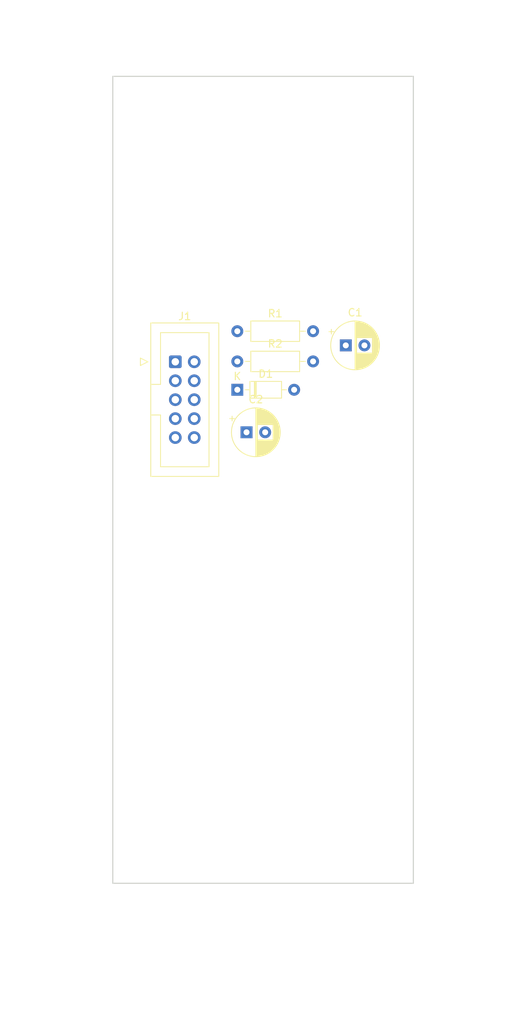
<source format=kicad_pcb>
(kicad_pcb (version 20171130) (host pcbnew 5.1.10)

  (general
    (thickness 1.6)
    (drawings 15)
    (tracks 0)
    (zones 0)
    (modules 10)
    (nets 9)
  )

  (page A4)
  (title_block
    (title "(title)")
    (comment 1 "PCB for panel")
    (comment 2 "(description)")
    (comment 4 "License CC BY 4.0 - Attribution 4.0 International")
  )

  (layers
    (0 F.Cu signal)
    (31 B.Cu signal)
    (32 B.Adhes user)
    (33 F.Adhes user)
    (34 B.Paste user)
    (35 F.Paste user)
    (36 B.SilkS user)
    (37 F.SilkS user)
    (38 B.Mask user)
    (39 F.Mask user)
    (40 Dwgs.User user)
    (41 Cmts.User user)
    (42 Eco1.User user)
    (43 Eco2.User user)
    (44 Edge.Cuts user)
    (45 Margin user)
    (46 B.CrtYd user)
    (47 F.CrtYd user)
    (48 B.Fab user)
    (49 F.Fab user)
  )

  (setup
    (last_trace_width 0.25)
    (user_trace_width 0.381)
    (user_trace_width 0.762)
    (trace_clearance 0.2)
    (zone_clearance 0.508)
    (zone_45_only no)
    (trace_min 0.2)
    (via_size 0.8)
    (via_drill 0.4)
    (via_min_size 0.4)
    (via_min_drill 0.3)
    (uvia_size 0.3)
    (uvia_drill 0.1)
    (uvias_allowed no)
    (uvia_min_size 0.2)
    (uvia_min_drill 0.1)
    (edge_width 0.05)
    (segment_width 0.2)
    (pcb_text_width 0.3)
    (pcb_text_size 1.5 1.5)
    (mod_edge_width 0.12)
    (mod_text_size 1 1)
    (mod_text_width 0.15)
    (pad_size 1.524 1.524)
    (pad_drill 0.762)
    (pad_to_mask_clearance 0)
    (aux_axis_origin 0 0)
    (visible_elements FFFFFF7F)
    (pcbplotparams
      (layerselection 0x010fc_ffffffff)
      (usegerberextensions false)
      (usegerberattributes true)
      (usegerberadvancedattributes true)
      (creategerberjobfile true)
      (excludeedgelayer true)
      (linewidth 0.100000)
      (plotframeref false)
      (viasonmask false)
      (mode 1)
      (useauxorigin false)
      (hpglpennumber 1)
      (hpglpenspeed 20)
      (hpglpendiameter 15.000000)
      (psnegative false)
      (psa4output false)
      (plotreference true)
      (plotvalue true)
      (plotinvisibletext false)
      (padsonsilk false)
      (subtractmaskfromsilk false)
      (outputformat 1)
      (mirror false)
      (drillshape 1)
      (scaleselection 1)
      (outputdirectory ""))
  )

  (net 0 "")
  (net 1 GND)
  (net 2 +15V)
  (net 3 -15V)
  (net 4 "Net-(D1-Pad2)")
  (net 5 "Net-(D1-Pad1)")
  (net 6 +5V)
  (net 7 VP)
  (net 8 VN)

  (net_class Default "This is the default net class."
    (clearance 0.2)
    (trace_width 0.25)
    (via_dia 0.8)
    (via_drill 0.4)
    (uvia_dia 0.3)
    (uvia_drill 0.1)
    (add_net +15V)
    (add_net +5V)
    (add_net -15V)
    (add_net GND)
    (add_net "Net-(D1-Pad1)")
    (add_net "Net-(D1-Pad2)")
    (add_net VN)
    (add_net VP)
  )

  (module Resistor_THT:R_Axial_DIN0207_L6.3mm_D2.5mm_P10.16mm_Horizontal (layer F.Cu) (tedit 5AE5139B) (tstamp 61278ECC)
    (at 67.496759 89.018)
    (descr "Resistor, Axial_DIN0207 series, Axial, Horizontal, pin pitch=10.16mm, 0.25W = 1/4W, length*diameter=6.3*2.5mm^2, http://cdn-reichelt.de/documents/datenblatt/B400/1_4W%23YAG.pdf")
    (tags "Resistor Axial_DIN0207 series Axial Horizontal pin pitch 10.16mm 0.25W = 1/4W length 6.3mm diameter 2.5mm")
    (path /5FC69BB1)
    (fp_text reference R2 (at 5.08 -2.37) (layer F.SilkS)
      (effects (font (size 1 1) (thickness 0.15)))
    )
    (fp_text value 10 (at 5.08 2.37) (layer F.Fab)
      (effects (font (size 1 1) (thickness 0.15)))
    )
    (fp_text user %R (at 5.08 0) (layer F.Fab)
      (effects (font (size 1 1) (thickness 0.15)))
    )
    (fp_line (start 1.93 -1.25) (end 1.93 1.25) (layer F.Fab) (width 0.1))
    (fp_line (start 1.93 1.25) (end 8.23 1.25) (layer F.Fab) (width 0.1))
    (fp_line (start 8.23 1.25) (end 8.23 -1.25) (layer F.Fab) (width 0.1))
    (fp_line (start 8.23 -1.25) (end 1.93 -1.25) (layer F.Fab) (width 0.1))
    (fp_line (start 0 0) (end 1.93 0) (layer F.Fab) (width 0.1))
    (fp_line (start 10.16 0) (end 8.23 0) (layer F.Fab) (width 0.1))
    (fp_line (start 1.81 -1.37) (end 1.81 1.37) (layer F.SilkS) (width 0.12))
    (fp_line (start 1.81 1.37) (end 8.35 1.37) (layer F.SilkS) (width 0.12))
    (fp_line (start 8.35 1.37) (end 8.35 -1.37) (layer F.SilkS) (width 0.12))
    (fp_line (start 8.35 -1.37) (end 1.81 -1.37) (layer F.SilkS) (width 0.12))
    (fp_line (start 1.04 0) (end 1.81 0) (layer F.SilkS) (width 0.12))
    (fp_line (start 9.12 0) (end 8.35 0) (layer F.SilkS) (width 0.12))
    (fp_line (start -1.05 -1.5) (end -1.05 1.5) (layer F.CrtYd) (width 0.05))
    (fp_line (start -1.05 1.5) (end 11.21 1.5) (layer F.CrtYd) (width 0.05))
    (fp_line (start 11.21 1.5) (end 11.21 -1.5) (layer F.CrtYd) (width 0.05))
    (fp_line (start 11.21 -1.5) (end -1.05 -1.5) (layer F.CrtYd) (width 0.05))
    (pad 2 thru_hole oval (at 10.16 0) (size 1.6 1.6) (drill 0.8) (layers *.Cu *.Mask)
      (net 8 VN))
    (pad 1 thru_hole circle (at 0 0) (size 1.6 1.6) (drill 0.8) (layers *.Cu *.Mask)
      (net 3 -15V))
    (model ${KISYS3DMOD}/Resistor_THT.3dshapes/R_Axial_DIN0207_L6.3mm_D2.5mm_P10.16mm_Horizontal.wrl
      (at (xyz 0 0 0))
      (scale (xyz 1 1 1))
      (rotate (xyz 0 0 0))
    )
  )

  (module Resistor_THT:R_Axial_DIN0207_L6.3mm_D2.5mm_P10.16mm_Horizontal (layer F.Cu) (tedit 5AE5139B) (tstamp 61278EB5)
    (at 67.496759 84.968)
    (descr "Resistor, Axial_DIN0207 series, Axial, Horizontal, pin pitch=10.16mm, 0.25W = 1/4W, length*diameter=6.3*2.5mm^2, http://cdn-reichelt.de/documents/datenblatt/B400/1_4W%23YAG.pdf")
    (tags "Resistor Axial_DIN0207 series Axial Horizontal pin pitch 10.16mm 0.25W = 1/4W length 6.3mm diameter 2.5mm")
    (path /5FB443E6)
    (fp_text reference R1 (at 5.08 -2.37) (layer F.SilkS)
      (effects (font (size 1 1) (thickness 0.15)))
    )
    (fp_text value 10 (at 5.08 2.37) (layer F.Fab)
      (effects (font (size 1 1) (thickness 0.15)))
    )
    (fp_text user %R (at 5.08 0) (layer F.Fab)
      (effects (font (size 1 1) (thickness 0.15)))
    )
    (fp_line (start 1.93 -1.25) (end 1.93 1.25) (layer F.Fab) (width 0.1))
    (fp_line (start 1.93 1.25) (end 8.23 1.25) (layer F.Fab) (width 0.1))
    (fp_line (start 8.23 1.25) (end 8.23 -1.25) (layer F.Fab) (width 0.1))
    (fp_line (start 8.23 -1.25) (end 1.93 -1.25) (layer F.Fab) (width 0.1))
    (fp_line (start 0 0) (end 1.93 0) (layer F.Fab) (width 0.1))
    (fp_line (start 10.16 0) (end 8.23 0) (layer F.Fab) (width 0.1))
    (fp_line (start 1.81 -1.37) (end 1.81 1.37) (layer F.SilkS) (width 0.12))
    (fp_line (start 1.81 1.37) (end 8.35 1.37) (layer F.SilkS) (width 0.12))
    (fp_line (start 8.35 1.37) (end 8.35 -1.37) (layer F.SilkS) (width 0.12))
    (fp_line (start 8.35 -1.37) (end 1.81 -1.37) (layer F.SilkS) (width 0.12))
    (fp_line (start 1.04 0) (end 1.81 0) (layer F.SilkS) (width 0.12))
    (fp_line (start 9.12 0) (end 8.35 0) (layer F.SilkS) (width 0.12))
    (fp_line (start -1.05 -1.5) (end -1.05 1.5) (layer F.CrtYd) (width 0.05))
    (fp_line (start -1.05 1.5) (end 11.21 1.5) (layer F.CrtYd) (width 0.05))
    (fp_line (start 11.21 1.5) (end 11.21 -1.5) (layer F.CrtYd) (width 0.05))
    (fp_line (start 11.21 -1.5) (end -1.05 -1.5) (layer F.CrtYd) (width 0.05))
    (pad 2 thru_hole oval (at 10.16 0) (size 1.6 1.6) (drill 0.8) (layers *.Cu *.Mask)
      (net 7 VP))
    (pad 1 thru_hole circle (at 0 0) (size 1.6 1.6) (drill 0.8) (layers *.Cu *.Mask)
      (net 2 +15V))
    (model ${KISYS3DMOD}/Resistor_THT.3dshapes/R_Axial_DIN0207_L6.3mm_D2.5mm_P10.16mm_Horizontal.wrl
      (at (xyz 0 0 0))
      (scale (xyz 1 1 1))
      (rotate (xyz 0 0 0))
    )
  )

  (module Connector_IDC:IDC-Header_2x05_P2.54mm_Vertical (layer F.Cu) (tedit 5EAC9A07) (tstamp 61278E9E)
    (at 59.181759 89.068)
    (descr "Through hole IDC box header, 2x05, 2.54mm pitch, DIN 41651 / IEC 60603-13, double rows, https://docs.google.com/spreadsheets/d/16SsEcesNF15N3Lb4niX7dcUr-NY5_MFPQhobNuNppn4/edit#gid=0")
    (tags "Through hole vertical IDC box header THT 2x05 2.54mm double row")
    (path /5FCD165C)
    (fp_text reference J1 (at 1.27 -6.1) (layer F.SilkS)
      (effects (font (size 1 1) (thickness 0.15)))
    )
    (fp_text value "IDC Header" (at 1.27 16.26) (layer F.Fab)
      (effects (font (size 1 1) (thickness 0.15)))
    )
    (fp_text user %R (at 1.27 5.08 90) (layer F.Fab)
      (effects (font (size 1 1) (thickness 0.15)))
    )
    (fp_line (start -3.18 -4.1) (end -2.18 -5.1) (layer F.Fab) (width 0.1))
    (fp_line (start -2.18 -5.1) (end 5.72 -5.1) (layer F.Fab) (width 0.1))
    (fp_line (start 5.72 -5.1) (end 5.72 15.26) (layer F.Fab) (width 0.1))
    (fp_line (start 5.72 15.26) (end -3.18 15.26) (layer F.Fab) (width 0.1))
    (fp_line (start -3.18 15.26) (end -3.18 -4.1) (layer F.Fab) (width 0.1))
    (fp_line (start -3.18 3.03) (end -1.98 3.03) (layer F.Fab) (width 0.1))
    (fp_line (start -1.98 3.03) (end -1.98 -3.91) (layer F.Fab) (width 0.1))
    (fp_line (start -1.98 -3.91) (end 4.52 -3.91) (layer F.Fab) (width 0.1))
    (fp_line (start 4.52 -3.91) (end 4.52 14.07) (layer F.Fab) (width 0.1))
    (fp_line (start 4.52 14.07) (end -1.98 14.07) (layer F.Fab) (width 0.1))
    (fp_line (start -1.98 14.07) (end -1.98 7.13) (layer F.Fab) (width 0.1))
    (fp_line (start -1.98 7.13) (end -1.98 7.13) (layer F.Fab) (width 0.1))
    (fp_line (start -1.98 7.13) (end -3.18 7.13) (layer F.Fab) (width 0.1))
    (fp_line (start -3.29 -5.21) (end 5.83 -5.21) (layer F.SilkS) (width 0.12))
    (fp_line (start 5.83 -5.21) (end 5.83 15.37) (layer F.SilkS) (width 0.12))
    (fp_line (start 5.83 15.37) (end -3.29 15.37) (layer F.SilkS) (width 0.12))
    (fp_line (start -3.29 15.37) (end -3.29 -5.21) (layer F.SilkS) (width 0.12))
    (fp_line (start -3.29 3.03) (end -1.98 3.03) (layer F.SilkS) (width 0.12))
    (fp_line (start -1.98 3.03) (end -1.98 -3.91) (layer F.SilkS) (width 0.12))
    (fp_line (start -1.98 -3.91) (end 4.52 -3.91) (layer F.SilkS) (width 0.12))
    (fp_line (start 4.52 -3.91) (end 4.52 14.07) (layer F.SilkS) (width 0.12))
    (fp_line (start 4.52 14.07) (end -1.98 14.07) (layer F.SilkS) (width 0.12))
    (fp_line (start -1.98 14.07) (end -1.98 7.13) (layer F.SilkS) (width 0.12))
    (fp_line (start -1.98 7.13) (end -1.98 7.13) (layer F.SilkS) (width 0.12))
    (fp_line (start -1.98 7.13) (end -3.29 7.13) (layer F.SilkS) (width 0.12))
    (fp_line (start -3.68 0) (end -4.68 -0.5) (layer F.SilkS) (width 0.12))
    (fp_line (start -4.68 -0.5) (end -4.68 0.5) (layer F.SilkS) (width 0.12))
    (fp_line (start -4.68 0.5) (end -3.68 0) (layer F.SilkS) (width 0.12))
    (fp_line (start -3.68 -5.6) (end -3.68 15.76) (layer F.CrtYd) (width 0.05))
    (fp_line (start -3.68 15.76) (end 6.22 15.76) (layer F.CrtYd) (width 0.05))
    (fp_line (start 6.22 15.76) (end 6.22 -5.6) (layer F.CrtYd) (width 0.05))
    (fp_line (start 6.22 -5.6) (end -3.68 -5.6) (layer F.CrtYd) (width 0.05))
    (pad 10 thru_hole circle (at 2.54 10.16) (size 1.7 1.7) (drill 1) (layers *.Cu *.Mask)
      (net 6 +5V))
    (pad 8 thru_hole circle (at 2.54 7.62) (size 1.7 1.7) (drill 1) (layers *.Cu *.Mask)
      (net 1 GND))
    (pad 6 thru_hole circle (at 2.54 5.08) (size 1.7 1.7) (drill 1) (layers *.Cu *.Mask)
      (net 1 GND))
    (pad 4 thru_hole circle (at 2.54 2.54) (size 1.7 1.7) (drill 1) (layers *.Cu *.Mask)
      (net 7 VP))
    (pad 2 thru_hole circle (at 2.54 0) (size 1.7 1.7) (drill 1) (layers *.Cu *.Mask)
      (net 8 VN))
    (pad 9 thru_hole circle (at 0 10.16) (size 1.7 1.7) (drill 1) (layers *.Cu *.Mask)
      (net 6 +5V))
    (pad 7 thru_hole circle (at 0 7.62) (size 1.7 1.7) (drill 1) (layers *.Cu *.Mask)
      (net 1 GND))
    (pad 5 thru_hole circle (at 0 5.08) (size 1.7 1.7) (drill 1) (layers *.Cu *.Mask)
      (net 1 GND))
    (pad 3 thru_hole circle (at 0 2.54) (size 1.7 1.7) (drill 1) (layers *.Cu *.Mask)
      (net 7 VP))
    (pad 1 thru_hole roundrect (at 0 0) (size 1.7 1.7) (drill 1) (layers *.Cu *.Mask) (roundrect_rratio 0.147059)
      (net 8 VN))
    (model ${KISYS3DMOD}/Connector_IDC.3dshapes/IDC-Header_2x05_P2.54mm_Vertical.wrl
      (at (xyz 0 0 0))
      (scale (xyz 1 1 1))
      (rotate (xyz 0 0 0))
    )
  )

  (module Diode_THT:D_DO-35_SOD27_P7.62mm_Horizontal (layer F.Cu) (tedit 5AE50CD5) (tstamp 61278E37)
    (at 67.496759 92.818)
    (descr "Diode, DO-35_SOD27 series, Axial, Horizontal, pin pitch=7.62mm, , length*diameter=4*2mm^2, , http://www.diodes.com/_files/packages/DO-35.pdf")
    (tags "Diode DO-35_SOD27 series Axial Horizontal pin pitch 7.62mm  length 4mm diameter 2mm")
    (path /611AFAEA)
    (fp_text reference D1 (at 3.81 -2.12) (layer F.SilkS)
      (effects (font (size 1 1) (thickness 0.15)))
    )
    (fp_text value 1N4148 (at 3.81 2.12) (layer F.Fab)
      (effects (font (size 1 1) (thickness 0.15)))
    )
    (fp_text user K (at 0 -1.8) (layer F.SilkS)
      (effects (font (size 1 1) (thickness 0.15)))
    )
    (fp_text user K (at 0 -1.8) (layer F.Fab)
      (effects (font (size 1 1) (thickness 0.15)))
    )
    (fp_text user %R (at 4.11 0) (layer F.Fab)
      (effects (font (size 0.8 0.8) (thickness 0.12)))
    )
    (fp_line (start 1.81 -1) (end 1.81 1) (layer F.Fab) (width 0.1))
    (fp_line (start 1.81 1) (end 5.81 1) (layer F.Fab) (width 0.1))
    (fp_line (start 5.81 1) (end 5.81 -1) (layer F.Fab) (width 0.1))
    (fp_line (start 5.81 -1) (end 1.81 -1) (layer F.Fab) (width 0.1))
    (fp_line (start 0 0) (end 1.81 0) (layer F.Fab) (width 0.1))
    (fp_line (start 7.62 0) (end 5.81 0) (layer F.Fab) (width 0.1))
    (fp_line (start 2.41 -1) (end 2.41 1) (layer F.Fab) (width 0.1))
    (fp_line (start 2.51 -1) (end 2.51 1) (layer F.Fab) (width 0.1))
    (fp_line (start 2.31 -1) (end 2.31 1) (layer F.Fab) (width 0.1))
    (fp_line (start 1.69 -1.12) (end 1.69 1.12) (layer F.SilkS) (width 0.12))
    (fp_line (start 1.69 1.12) (end 5.93 1.12) (layer F.SilkS) (width 0.12))
    (fp_line (start 5.93 1.12) (end 5.93 -1.12) (layer F.SilkS) (width 0.12))
    (fp_line (start 5.93 -1.12) (end 1.69 -1.12) (layer F.SilkS) (width 0.12))
    (fp_line (start 1.04 0) (end 1.69 0) (layer F.SilkS) (width 0.12))
    (fp_line (start 6.58 0) (end 5.93 0) (layer F.SilkS) (width 0.12))
    (fp_line (start 2.41 -1.12) (end 2.41 1.12) (layer F.SilkS) (width 0.12))
    (fp_line (start 2.53 -1.12) (end 2.53 1.12) (layer F.SilkS) (width 0.12))
    (fp_line (start 2.29 -1.12) (end 2.29 1.12) (layer F.SilkS) (width 0.12))
    (fp_line (start -1.05 -1.25) (end -1.05 1.25) (layer F.CrtYd) (width 0.05))
    (fp_line (start -1.05 1.25) (end 8.67 1.25) (layer F.CrtYd) (width 0.05))
    (fp_line (start 8.67 1.25) (end 8.67 -1.25) (layer F.CrtYd) (width 0.05))
    (fp_line (start 8.67 -1.25) (end -1.05 -1.25) (layer F.CrtYd) (width 0.05))
    (pad 2 thru_hole oval (at 7.62 0) (size 1.6 1.6) (drill 0.8) (layers *.Cu *.Mask)
      (net 4 "Net-(D1-Pad2)"))
    (pad 1 thru_hole rect (at 0 0) (size 1.6 1.6) (drill 0.8) (layers *.Cu *.Mask)
      (net 5 "Net-(D1-Pad1)"))
    (model ${KISYS3DMOD}/Diode_THT.3dshapes/D_DO-35_SOD27_P7.62mm_Horizontal.wrl
      (at (xyz 0 0 0))
      (scale (xyz 1 1 1))
      (rotate (xyz 0 0 0))
    )
  )

  (module Capacitor_THT:CP_Radial_D6.3mm_P2.50mm (layer F.Cu) (tedit 5AE50EF0) (tstamp 61278E18)
    (at 68.732 98.518)
    (descr "CP, Radial series, Radial, pin pitch=2.50mm, , diameter=6.3mm, Electrolytic Capacitor")
    (tags "CP Radial series Radial pin pitch 2.50mm  diameter 6.3mm Electrolytic Capacitor")
    (path /5E18070C)
    (fp_text reference C2 (at 1.25 -4.4) (layer F.SilkS)
      (effects (font (size 1 1) (thickness 0.15)))
    )
    (fp_text value 22u (at 1.25 4.4) (layer F.Fab)
      (effects (font (size 1 1) (thickness 0.15)))
    )
    (fp_text user %R (at 1.25 0) (layer F.Fab)
      (effects (font (size 1 1) (thickness 0.15)))
    )
    (fp_circle (center 1.25 0) (end 4.4 0) (layer F.Fab) (width 0.1))
    (fp_circle (center 1.25 0) (end 4.52 0) (layer F.SilkS) (width 0.12))
    (fp_circle (center 1.25 0) (end 4.65 0) (layer F.CrtYd) (width 0.05))
    (fp_line (start -1.443972 -1.3735) (end -0.813972 -1.3735) (layer F.Fab) (width 0.1))
    (fp_line (start -1.128972 -1.6885) (end -1.128972 -1.0585) (layer F.Fab) (width 0.1))
    (fp_line (start 1.25 -3.23) (end 1.25 3.23) (layer F.SilkS) (width 0.12))
    (fp_line (start 1.29 -3.23) (end 1.29 3.23) (layer F.SilkS) (width 0.12))
    (fp_line (start 1.33 -3.23) (end 1.33 3.23) (layer F.SilkS) (width 0.12))
    (fp_line (start 1.37 -3.228) (end 1.37 3.228) (layer F.SilkS) (width 0.12))
    (fp_line (start 1.41 -3.227) (end 1.41 3.227) (layer F.SilkS) (width 0.12))
    (fp_line (start 1.45 -3.224) (end 1.45 3.224) (layer F.SilkS) (width 0.12))
    (fp_line (start 1.49 -3.222) (end 1.49 -1.04) (layer F.SilkS) (width 0.12))
    (fp_line (start 1.49 1.04) (end 1.49 3.222) (layer F.SilkS) (width 0.12))
    (fp_line (start 1.53 -3.218) (end 1.53 -1.04) (layer F.SilkS) (width 0.12))
    (fp_line (start 1.53 1.04) (end 1.53 3.218) (layer F.SilkS) (width 0.12))
    (fp_line (start 1.57 -3.215) (end 1.57 -1.04) (layer F.SilkS) (width 0.12))
    (fp_line (start 1.57 1.04) (end 1.57 3.215) (layer F.SilkS) (width 0.12))
    (fp_line (start 1.61 -3.211) (end 1.61 -1.04) (layer F.SilkS) (width 0.12))
    (fp_line (start 1.61 1.04) (end 1.61 3.211) (layer F.SilkS) (width 0.12))
    (fp_line (start 1.65 -3.206) (end 1.65 -1.04) (layer F.SilkS) (width 0.12))
    (fp_line (start 1.65 1.04) (end 1.65 3.206) (layer F.SilkS) (width 0.12))
    (fp_line (start 1.69 -3.201) (end 1.69 -1.04) (layer F.SilkS) (width 0.12))
    (fp_line (start 1.69 1.04) (end 1.69 3.201) (layer F.SilkS) (width 0.12))
    (fp_line (start 1.73 -3.195) (end 1.73 -1.04) (layer F.SilkS) (width 0.12))
    (fp_line (start 1.73 1.04) (end 1.73 3.195) (layer F.SilkS) (width 0.12))
    (fp_line (start 1.77 -3.189) (end 1.77 -1.04) (layer F.SilkS) (width 0.12))
    (fp_line (start 1.77 1.04) (end 1.77 3.189) (layer F.SilkS) (width 0.12))
    (fp_line (start 1.81 -3.182) (end 1.81 -1.04) (layer F.SilkS) (width 0.12))
    (fp_line (start 1.81 1.04) (end 1.81 3.182) (layer F.SilkS) (width 0.12))
    (fp_line (start 1.85 -3.175) (end 1.85 -1.04) (layer F.SilkS) (width 0.12))
    (fp_line (start 1.85 1.04) (end 1.85 3.175) (layer F.SilkS) (width 0.12))
    (fp_line (start 1.89 -3.167) (end 1.89 -1.04) (layer F.SilkS) (width 0.12))
    (fp_line (start 1.89 1.04) (end 1.89 3.167) (layer F.SilkS) (width 0.12))
    (fp_line (start 1.93 -3.159) (end 1.93 -1.04) (layer F.SilkS) (width 0.12))
    (fp_line (start 1.93 1.04) (end 1.93 3.159) (layer F.SilkS) (width 0.12))
    (fp_line (start 1.971 -3.15) (end 1.971 -1.04) (layer F.SilkS) (width 0.12))
    (fp_line (start 1.971 1.04) (end 1.971 3.15) (layer F.SilkS) (width 0.12))
    (fp_line (start 2.011 -3.141) (end 2.011 -1.04) (layer F.SilkS) (width 0.12))
    (fp_line (start 2.011 1.04) (end 2.011 3.141) (layer F.SilkS) (width 0.12))
    (fp_line (start 2.051 -3.131) (end 2.051 -1.04) (layer F.SilkS) (width 0.12))
    (fp_line (start 2.051 1.04) (end 2.051 3.131) (layer F.SilkS) (width 0.12))
    (fp_line (start 2.091 -3.121) (end 2.091 -1.04) (layer F.SilkS) (width 0.12))
    (fp_line (start 2.091 1.04) (end 2.091 3.121) (layer F.SilkS) (width 0.12))
    (fp_line (start 2.131 -3.11) (end 2.131 -1.04) (layer F.SilkS) (width 0.12))
    (fp_line (start 2.131 1.04) (end 2.131 3.11) (layer F.SilkS) (width 0.12))
    (fp_line (start 2.171 -3.098) (end 2.171 -1.04) (layer F.SilkS) (width 0.12))
    (fp_line (start 2.171 1.04) (end 2.171 3.098) (layer F.SilkS) (width 0.12))
    (fp_line (start 2.211 -3.086) (end 2.211 -1.04) (layer F.SilkS) (width 0.12))
    (fp_line (start 2.211 1.04) (end 2.211 3.086) (layer F.SilkS) (width 0.12))
    (fp_line (start 2.251 -3.074) (end 2.251 -1.04) (layer F.SilkS) (width 0.12))
    (fp_line (start 2.251 1.04) (end 2.251 3.074) (layer F.SilkS) (width 0.12))
    (fp_line (start 2.291 -3.061) (end 2.291 -1.04) (layer F.SilkS) (width 0.12))
    (fp_line (start 2.291 1.04) (end 2.291 3.061) (layer F.SilkS) (width 0.12))
    (fp_line (start 2.331 -3.047) (end 2.331 -1.04) (layer F.SilkS) (width 0.12))
    (fp_line (start 2.331 1.04) (end 2.331 3.047) (layer F.SilkS) (width 0.12))
    (fp_line (start 2.371 -3.033) (end 2.371 -1.04) (layer F.SilkS) (width 0.12))
    (fp_line (start 2.371 1.04) (end 2.371 3.033) (layer F.SilkS) (width 0.12))
    (fp_line (start 2.411 -3.018) (end 2.411 -1.04) (layer F.SilkS) (width 0.12))
    (fp_line (start 2.411 1.04) (end 2.411 3.018) (layer F.SilkS) (width 0.12))
    (fp_line (start 2.451 -3.002) (end 2.451 -1.04) (layer F.SilkS) (width 0.12))
    (fp_line (start 2.451 1.04) (end 2.451 3.002) (layer F.SilkS) (width 0.12))
    (fp_line (start 2.491 -2.986) (end 2.491 -1.04) (layer F.SilkS) (width 0.12))
    (fp_line (start 2.491 1.04) (end 2.491 2.986) (layer F.SilkS) (width 0.12))
    (fp_line (start 2.531 -2.97) (end 2.531 -1.04) (layer F.SilkS) (width 0.12))
    (fp_line (start 2.531 1.04) (end 2.531 2.97) (layer F.SilkS) (width 0.12))
    (fp_line (start 2.571 -2.952) (end 2.571 -1.04) (layer F.SilkS) (width 0.12))
    (fp_line (start 2.571 1.04) (end 2.571 2.952) (layer F.SilkS) (width 0.12))
    (fp_line (start 2.611 -2.934) (end 2.611 -1.04) (layer F.SilkS) (width 0.12))
    (fp_line (start 2.611 1.04) (end 2.611 2.934) (layer F.SilkS) (width 0.12))
    (fp_line (start 2.651 -2.916) (end 2.651 -1.04) (layer F.SilkS) (width 0.12))
    (fp_line (start 2.651 1.04) (end 2.651 2.916) (layer F.SilkS) (width 0.12))
    (fp_line (start 2.691 -2.896) (end 2.691 -1.04) (layer F.SilkS) (width 0.12))
    (fp_line (start 2.691 1.04) (end 2.691 2.896) (layer F.SilkS) (width 0.12))
    (fp_line (start 2.731 -2.876) (end 2.731 -1.04) (layer F.SilkS) (width 0.12))
    (fp_line (start 2.731 1.04) (end 2.731 2.876) (layer F.SilkS) (width 0.12))
    (fp_line (start 2.771 -2.856) (end 2.771 -1.04) (layer F.SilkS) (width 0.12))
    (fp_line (start 2.771 1.04) (end 2.771 2.856) (layer F.SilkS) (width 0.12))
    (fp_line (start 2.811 -2.834) (end 2.811 -1.04) (layer F.SilkS) (width 0.12))
    (fp_line (start 2.811 1.04) (end 2.811 2.834) (layer F.SilkS) (width 0.12))
    (fp_line (start 2.851 -2.812) (end 2.851 -1.04) (layer F.SilkS) (width 0.12))
    (fp_line (start 2.851 1.04) (end 2.851 2.812) (layer F.SilkS) (width 0.12))
    (fp_line (start 2.891 -2.79) (end 2.891 -1.04) (layer F.SilkS) (width 0.12))
    (fp_line (start 2.891 1.04) (end 2.891 2.79) (layer F.SilkS) (width 0.12))
    (fp_line (start 2.931 -2.766) (end 2.931 -1.04) (layer F.SilkS) (width 0.12))
    (fp_line (start 2.931 1.04) (end 2.931 2.766) (layer F.SilkS) (width 0.12))
    (fp_line (start 2.971 -2.742) (end 2.971 -1.04) (layer F.SilkS) (width 0.12))
    (fp_line (start 2.971 1.04) (end 2.971 2.742) (layer F.SilkS) (width 0.12))
    (fp_line (start 3.011 -2.716) (end 3.011 -1.04) (layer F.SilkS) (width 0.12))
    (fp_line (start 3.011 1.04) (end 3.011 2.716) (layer F.SilkS) (width 0.12))
    (fp_line (start 3.051 -2.69) (end 3.051 -1.04) (layer F.SilkS) (width 0.12))
    (fp_line (start 3.051 1.04) (end 3.051 2.69) (layer F.SilkS) (width 0.12))
    (fp_line (start 3.091 -2.664) (end 3.091 -1.04) (layer F.SilkS) (width 0.12))
    (fp_line (start 3.091 1.04) (end 3.091 2.664) (layer F.SilkS) (width 0.12))
    (fp_line (start 3.131 -2.636) (end 3.131 -1.04) (layer F.SilkS) (width 0.12))
    (fp_line (start 3.131 1.04) (end 3.131 2.636) (layer F.SilkS) (width 0.12))
    (fp_line (start 3.171 -2.607) (end 3.171 -1.04) (layer F.SilkS) (width 0.12))
    (fp_line (start 3.171 1.04) (end 3.171 2.607) (layer F.SilkS) (width 0.12))
    (fp_line (start 3.211 -2.578) (end 3.211 -1.04) (layer F.SilkS) (width 0.12))
    (fp_line (start 3.211 1.04) (end 3.211 2.578) (layer F.SilkS) (width 0.12))
    (fp_line (start 3.251 -2.548) (end 3.251 -1.04) (layer F.SilkS) (width 0.12))
    (fp_line (start 3.251 1.04) (end 3.251 2.548) (layer F.SilkS) (width 0.12))
    (fp_line (start 3.291 -2.516) (end 3.291 -1.04) (layer F.SilkS) (width 0.12))
    (fp_line (start 3.291 1.04) (end 3.291 2.516) (layer F.SilkS) (width 0.12))
    (fp_line (start 3.331 -2.484) (end 3.331 -1.04) (layer F.SilkS) (width 0.12))
    (fp_line (start 3.331 1.04) (end 3.331 2.484) (layer F.SilkS) (width 0.12))
    (fp_line (start 3.371 -2.45) (end 3.371 -1.04) (layer F.SilkS) (width 0.12))
    (fp_line (start 3.371 1.04) (end 3.371 2.45) (layer F.SilkS) (width 0.12))
    (fp_line (start 3.411 -2.416) (end 3.411 -1.04) (layer F.SilkS) (width 0.12))
    (fp_line (start 3.411 1.04) (end 3.411 2.416) (layer F.SilkS) (width 0.12))
    (fp_line (start 3.451 -2.38) (end 3.451 -1.04) (layer F.SilkS) (width 0.12))
    (fp_line (start 3.451 1.04) (end 3.451 2.38) (layer F.SilkS) (width 0.12))
    (fp_line (start 3.491 -2.343) (end 3.491 -1.04) (layer F.SilkS) (width 0.12))
    (fp_line (start 3.491 1.04) (end 3.491 2.343) (layer F.SilkS) (width 0.12))
    (fp_line (start 3.531 -2.305) (end 3.531 -1.04) (layer F.SilkS) (width 0.12))
    (fp_line (start 3.531 1.04) (end 3.531 2.305) (layer F.SilkS) (width 0.12))
    (fp_line (start 3.571 -2.265) (end 3.571 2.265) (layer F.SilkS) (width 0.12))
    (fp_line (start 3.611 -2.224) (end 3.611 2.224) (layer F.SilkS) (width 0.12))
    (fp_line (start 3.651 -2.182) (end 3.651 2.182) (layer F.SilkS) (width 0.12))
    (fp_line (start 3.691 -2.137) (end 3.691 2.137) (layer F.SilkS) (width 0.12))
    (fp_line (start 3.731 -2.092) (end 3.731 2.092) (layer F.SilkS) (width 0.12))
    (fp_line (start 3.771 -2.044) (end 3.771 2.044) (layer F.SilkS) (width 0.12))
    (fp_line (start 3.811 -1.995) (end 3.811 1.995) (layer F.SilkS) (width 0.12))
    (fp_line (start 3.851 -1.944) (end 3.851 1.944) (layer F.SilkS) (width 0.12))
    (fp_line (start 3.891 -1.89) (end 3.891 1.89) (layer F.SilkS) (width 0.12))
    (fp_line (start 3.931 -1.834) (end 3.931 1.834) (layer F.SilkS) (width 0.12))
    (fp_line (start 3.971 -1.776) (end 3.971 1.776) (layer F.SilkS) (width 0.12))
    (fp_line (start 4.011 -1.714) (end 4.011 1.714) (layer F.SilkS) (width 0.12))
    (fp_line (start 4.051 -1.65) (end 4.051 1.65) (layer F.SilkS) (width 0.12))
    (fp_line (start 4.091 -1.581) (end 4.091 1.581) (layer F.SilkS) (width 0.12))
    (fp_line (start 4.131 -1.509) (end 4.131 1.509) (layer F.SilkS) (width 0.12))
    (fp_line (start 4.171 -1.432) (end 4.171 1.432) (layer F.SilkS) (width 0.12))
    (fp_line (start 4.211 -1.35) (end 4.211 1.35) (layer F.SilkS) (width 0.12))
    (fp_line (start 4.251 -1.262) (end 4.251 1.262) (layer F.SilkS) (width 0.12))
    (fp_line (start 4.291 -1.165) (end 4.291 1.165) (layer F.SilkS) (width 0.12))
    (fp_line (start 4.331 -1.059) (end 4.331 1.059) (layer F.SilkS) (width 0.12))
    (fp_line (start 4.371 -0.94) (end 4.371 0.94) (layer F.SilkS) (width 0.12))
    (fp_line (start 4.411 -0.802) (end 4.411 0.802) (layer F.SilkS) (width 0.12))
    (fp_line (start 4.451 -0.633) (end 4.451 0.633) (layer F.SilkS) (width 0.12))
    (fp_line (start 4.491 -0.402) (end 4.491 0.402) (layer F.SilkS) (width 0.12))
    (fp_line (start -2.250241 -1.839) (end -1.620241 -1.839) (layer F.SilkS) (width 0.12))
    (fp_line (start -1.935241 -2.154) (end -1.935241 -1.524) (layer F.SilkS) (width 0.12))
    (pad 2 thru_hole circle (at 2.5 0) (size 1.6 1.6) (drill 0.8) (layers *.Cu *.Mask)
      (net 3 -15V))
    (pad 1 thru_hole rect (at 0 0) (size 1.6 1.6) (drill 0.8) (layers *.Cu *.Mask)
      (net 1 GND))
    (model ${KISYS3DMOD}/Capacitor_THT.3dshapes/CP_Radial_D6.3mm_P2.50mm.wrl
      (at (xyz 0 0 0))
      (scale (xyz 1 1 1))
      (rotate (xyz 0 0 0))
    )
  )

  (module Capacitor_THT:CP_Radial_D6.3mm_P2.50mm (layer F.Cu) (tedit 5AE50EF0) (tstamp 61278D84)
    (at 82.042 86.868)
    (descr "CP, Radial series, Radial, pin pitch=2.50mm, , diameter=6.3mm, Electrolytic Capacitor")
    (tags "CP Radial series Radial pin pitch 2.50mm  diameter 6.3mm Electrolytic Capacitor")
    (path /5E180738)
    (fp_text reference C1 (at 1.25 -4.4) (layer F.SilkS)
      (effects (font (size 1 1) (thickness 0.15)))
    )
    (fp_text value 22u (at 1.25 4.4) (layer F.Fab)
      (effects (font (size 1 1) (thickness 0.15)))
    )
    (fp_text user %R (at 1.25 0) (layer F.Fab)
      (effects (font (size 1 1) (thickness 0.15)))
    )
    (fp_circle (center 1.25 0) (end 4.4 0) (layer F.Fab) (width 0.1))
    (fp_circle (center 1.25 0) (end 4.52 0) (layer F.SilkS) (width 0.12))
    (fp_circle (center 1.25 0) (end 4.65 0) (layer F.CrtYd) (width 0.05))
    (fp_line (start -1.443972 -1.3735) (end -0.813972 -1.3735) (layer F.Fab) (width 0.1))
    (fp_line (start -1.128972 -1.6885) (end -1.128972 -1.0585) (layer F.Fab) (width 0.1))
    (fp_line (start 1.25 -3.23) (end 1.25 3.23) (layer F.SilkS) (width 0.12))
    (fp_line (start 1.29 -3.23) (end 1.29 3.23) (layer F.SilkS) (width 0.12))
    (fp_line (start 1.33 -3.23) (end 1.33 3.23) (layer F.SilkS) (width 0.12))
    (fp_line (start 1.37 -3.228) (end 1.37 3.228) (layer F.SilkS) (width 0.12))
    (fp_line (start 1.41 -3.227) (end 1.41 3.227) (layer F.SilkS) (width 0.12))
    (fp_line (start 1.45 -3.224) (end 1.45 3.224) (layer F.SilkS) (width 0.12))
    (fp_line (start 1.49 -3.222) (end 1.49 -1.04) (layer F.SilkS) (width 0.12))
    (fp_line (start 1.49 1.04) (end 1.49 3.222) (layer F.SilkS) (width 0.12))
    (fp_line (start 1.53 -3.218) (end 1.53 -1.04) (layer F.SilkS) (width 0.12))
    (fp_line (start 1.53 1.04) (end 1.53 3.218) (layer F.SilkS) (width 0.12))
    (fp_line (start 1.57 -3.215) (end 1.57 -1.04) (layer F.SilkS) (width 0.12))
    (fp_line (start 1.57 1.04) (end 1.57 3.215) (layer F.SilkS) (width 0.12))
    (fp_line (start 1.61 -3.211) (end 1.61 -1.04) (layer F.SilkS) (width 0.12))
    (fp_line (start 1.61 1.04) (end 1.61 3.211) (layer F.SilkS) (width 0.12))
    (fp_line (start 1.65 -3.206) (end 1.65 -1.04) (layer F.SilkS) (width 0.12))
    (fp_line (start 1.65 1.04) (end 1.65 3.206) (layer F.SilkS) (width 0.12))
    (fp_line (start 1.69 -3.201) (end 1.69 -1.04) (layer F.SilkS) (width 0.12))
    (fp_line (start 1.69 1.04) (end 1.69 3.201) (layer F.SilkS) (width 0.12))
    (fp_line (start 1.73 -3.195) (end 1.73 -1.04) (layer F.SilkS) (width 0.12))
    (fp_line (start 1.73 1.04) (end 1.73 3.195) (layer F.SilkS) (width 0.12))
    (fp_line (start 1.77 -3.189) (end 1.77 -1.04) (layer F.SilkS) (width 0.12))
    (fp_line (start 1.77 1.04) (end 1.77 3.189) (layer F.SilkS) (width 0.12))
    (fp_line (start 1.81 -3.182) (end 1.81 -1.04) (layer F.SilkS) (width 0.12))
    (fp_line (start 1.81 1.04) (end 1.81 3.182) (layer F.SilkS) (width 0.12))
    (fp_line (start 1.85 -3.175) (end 1.85 -1.04) (layer F.SilkS) (width 0.12))
    (fp_line (start 1.85 1.04) (end 1.85 3.175) (layer F.SilkS) (width 0.12))
    (fp_line (start 1.89 -3.167) (end 1.89 -1.04) (layer F.SilkS) (width 0.12))
    (fp_line (start 1.89 1.04) (end 1.89 3.167) (layer F.SilkS) (width 0.12))
    (fp_line (start 1.93 -3.159) (end 1.93 -1.04) (layer F.SilkS) (width 0.12))
    (fp_line (start 1.93 1.04) (end 1.93 3.159) (layer F.SilkS) (width 0.12))
    (fp_line (start 1.971 -3.15) (end 1.971 -1.04) (layer F.SilkS) (width 0.12))
    (fp_line (start 1.971 1.04) (end 1.971 3.15) (layer F.SilkS) (width 0.12))
    (fp_line (start 2.011 -3.141) (end 2.011 -1.04) (layer F.SilkS) (width 0.12))
    (fp_line (start 2.011 1.04) (end 2.011 3.141) (layer F.SilkS) (width 0.12))
    (fp_line (start 2.051 -3.131) (end 2.051 -1.04) (layer F.SilkS) (width 0.12))
    (fp_line (start 2.051 1.04) (end 2.051 3.131) (layer F.SilkS) (width 0.12))
    (fp_line (start 2.091 -3.121) (end 2.091 -1.04) (layer F.SilkS) (width 0.12))
    (fp_line (start 2.091 1.04) (end 2.091 3.121) (layer F.SilkS) (width 0.12))
    (fp_line (start 2.131 -3.11) (end 2.131 -1.04) (layer F.SilkS) (width 0.12))
    (fp_line (start 2.131 1.04) (end 2.131 3.11) (layer F.SilkS) (width 0.12))
    (fp_line (start 2.171 -3.098) (end 2.171 -1.04) (layer F.SilkS) (width 0.12))
    (fp_line (start 2.171 1.04) (end 2.171 3.098) (layer F.SilkS) (width 0.12))
    (fp_line (start 2.211 -3.086) (end 2.211 -1.04) (layer F.SilkS) (width 0.12))
    (fp_line (start 2.211 1.04) (end 2.211 3.086) (layer F.SilkS) (width 0.12))
    (fp_line (start 2.251 -3.074) (end 2.251 -1.04) (layer F.SilkS) (width 0.12))
    (fp_line (start 2.251 1.04) (end 2.251 3.074) (layer F.SilkS) (width 0.12))
    (fp_line (start 2.291 -3.061) (end 2.291 -1.04) (layer F.SilkS) (width 0.12))
    (fp_line (start 2.291 1.04) (end 2.291 3.061) (layer F.SilkS) (width 0.12))
    (fp_line (start 2.331 -3.047) (end 2.331 -1.04) (layer F.SilkS) (width 0.12))
    (fp_line (start 2.331 1.04) (end 2.331 3.047) (layer F.SilkS) (width 0.12))
    (fp_line (start 2.371 -3.033) (end 2.371 -1.04) (layer F.SilkS) (width 0.12))
    (fp_line (start 2.371 1.04) (end 2.371 3.033) (layer F.SilkS) (width 0.12))
    (fp_line (start 2.411 -3.018) (end 2.411 -1.04) (layer F.SilkS) (width 0.12))
    (fp_line (start 2.411 1.04) (end 2.411 3.018) (layer F.SilkS) (width 0.12))
    (fp_line (start 2.451 -3.002) (end 2.451 -1.04) (layer F.SilkS) (width 0.12))
    (fp_line (start 2.451 1.04) (end 2.451 3.002) (layer F.SilkS) (width 0.12))
    (fp_line (start 2.491 -2.986) (end 2.491 -1.04) (layer F.SilkS) (width 0.12))
    (fp_line (start 2.491 1.04) (end 2.491 2.986) (layer F.SilkS) (width 0.12))
    (fp_line (start 2.531 -2.97) (end 2.531 -1.04) (layer F.SilkS) (width 0.12))
    (fp_line (start 2.531 1.04) (end 2.531 2.97) (layer F.SilkS) (width 0.12))
    (fp_line (start 2.571 -2.952) (end 2.571 -1.04) (layer F.SilkS) (width 0.12))
    (fp_line (start 2.571 1.04) (end 2.571 2.952) (layer F.SilkS) (width 0.12))
    (fp_line (start 2.611 -2.934) (end 2.611 -1.04) (layer F.SilkS) (width 0.12))
    (fp_line (start 2.611 1.04) (end 2.611 2.934) (layer F.SilkS) (width 0.12))
    (fp_line (start 2.651 -2.916) (end 2.651 -1.04) (layer F.SilkS) (width 0.12))
    (fp_line (start 2.651 1.04) (end 2.651 2.916) (layer F.SilkS) (width 0.12))
    (fp_line (start 2.691 -2.896) (end 2.691 -1.04) (layer F.SilkS) (width 0.12))
    (fp_line (start 2.691 1.04) (end 2.691 2.896) (layer F.SilkS) (width 0.12))
    (fp_line (start 2.731 -2.876) (end 2.731 -1.04) (layer F.SilkS) (width 0.12))
    (fp_line (start 2.731 1.04) (end 2.731 2.876) (layer F.SilkS) (width 0.12))
    (fp_line (start 2.771 -2.856) (end 2.771 -1.04) (layer F.SilkS) (width 0.12))
    (fp_line (start 2.771 1.04) (end 2.771 2.856) (layer F.SilkS) (width 0.12))
    (fp_line (start 2.811 -2.834) (end 2.811 -1.04) (layer F.SilkS) (width 0.12))
    (fp_line (start 2.811 1.04) (end 2.811 2.834) (layer F.SilkS) (width 0.12))
    (fp_line (start 2.851 -2.812) (end 2.851 -1.04) (layer F.SilkS) (width 0.12))
    (fp_line (start 2.851 1.04) (end 2.851 2.812) (layer F.SilkS) (width 0.12))
    (fp_line (start 2.891 -2.79) (end 2.891 -1.04) (layer F.SilkS) (width 0.12))
    (fp_line (start 2.891 1.04) (end 2.891 2.79) (layer F.SilkS) (width 0.12))
    (fp_line (start 2.931 -2.766) (end 2.931 -1.04) (layer F.SilkS) (width 0.12))
    (fp_line (start 2.931 1.04) (end 2.931 2.766) (layer F.SilkS) (width 0.12))
    (fp_line (start 2.971 -2.742) (end 2.971 -1.04) (layer F.SilkS) (width 0.12))
    (fp_line (start 2.971 1.04) (end 2.971 2.742) (layer F.SilkS) (width 0.12))
    (fp_line (start 3.011 -2.716) (end 3.011 -1.04) (layer F.SilkS) (width 0.12))
    (fp_line (start 3.011 1.04) (end 3.011 2.716) (layer F.SilkS) (width 0.12))
    (fp_line (start 3.051 -2.69) (end 3.051 -1.04) (layer F.SilkS) (width 0.12))
    (fp_line (start 3.051 1.04) (end 3.051 2.69) (layer F.SilkS) (width 0.12))
    (fp_line (start 3.091 -2.664) (end 3.091 -1.04) (layer F.SilkS) (width 0.12))
    (fp_line (start 3.091 1.04) (end 3.091 2.664) (layer F.SilkS) (width 0.12))
    (fp_line (start 3.131 -2.636) (end 3.131 -1.04) (layer F.SilkS) (width 0.12))
    (fp_line (start 3.131 1.04) (end 3.131 2.636) (layer F.SilkS) (width 0.12))
    (fp_line (start 3.171 -2.607) (end 3.171 -1.04) (layer F.SilkS) (width 0.12))
    (fp_line (start 3.171 1.04) (end 3.171 2.607) (layer F.SilkS) (width 0.12))
    (fp_line (start 3.211 -2.578) (end 3.211 -1.04) (layer F.SilkS) (width 0.12))
    (fp_line (start 3.211 1.04) (end 3.211 2.578) (layer F.SilkS) (width 0.12))
    (fp_line (start 3.251 -2.548) (end 3.251 -1.04) (layer F.SilkS) (width 0.12))
    (fp_line (start 3.251 1.04) (end 3.251 2.548) (layer F.SilkS) (width 0.12))
    (fp_line (start 3.291 -2.516) (end 3.291 -1.04) (layer F.SilkS) (width 0.12))
    (fp_line (start 3.291 1.04) (end 3.291 2.516) (layer F.SilkS) (width 0.12))
    (fp_line (start 3.331 -2.484) (end 3.331 -1.04) (layer F.SilkS) (width 0.12))
    (fp_line (start 3.331 1.04) (end 3.331 2.484) (layer F.SilkS) (width 0.12))
    (fp_line (start 3.371 -2.45) (end 3.371 -1.04) (layer F.SilkS) (width 0.12))
    (fp_line (start 3.371 1.04) (end 3.371 2.45) (layer F.SilkS) (width 0.12))
    (fp_line (start 3.411 -2.416) (end 3.411 -1.04) (layer F.SilkS) (width 0.12))
    (fp_line (start 3.411 1.04) (end 3.411 2.416) (layer F.SilkS) (width 0.12))
    (fp_line (start 3.451 -2.38) (end 3.451 -1.04) (layer F.SilkS) (width 0.12))
    (fp_line (start 3.451 1.04) (end 3.451 2.38) (layer F.SilkS) (width 0.12))
    (fp_line (start 3.491 -2.343) (end 3.491 -1.04) (layer F.SilkS) (width 0.12))
    (fp_line (start 3.491 1.04) (end 3.491 2.343) (layer F.SilkS) (width 0.12))
    (fp_line (start 3.531 -2.305) (end 3.531 -1.04) (layer F.SilkS) (width 0.12))
    (fp_line (start 3.531 1.04) (end 3.531 2.305) (layer F.SilkS) (width 0.12))
    (fp_line (start 3.571 -2.265) (end 3.571 2.265) (layer F.SilkS) (width 0.12))
    (fp_line (start 3.611 -2.224) (end 3.611 2.224) (layer F.SilkS) (width 0.12))
    (fp_line (start 3.651 -2.182) (end 3.651 2.182) (layer F.SilkS) (width 0.12))
    (fp_line (start 3.691 -2.137) (end 3.691 2.137) (layer F.SilkS) (width 0.12))
    (fp_line (start 3.731 -2.092) (end 3.731 2.092) (layer F.SilkS) (width 0.12))
    (fp_line (start 3.771 -2.044) (end 3.771 2.044) (layer F.SilkS) (width 0.12))
    (fp_line (start 3.811 -1.995) (end 3.811 1.995) (layer F.SilkS) (width 0.12))
    (fp_line (start 3.851 -1.944) (end 3.851 1.944) (layer F.SilkS) (width 0.12))
    (fp_line (start 3.891 -1.89) (end 3.891 1.89) (layer F.SilkS) (width 0.12))
    (fp_line (start 3.931 -1.834) (end 3.931 1.834) (layer F.SilkS) (width 0.12))
    (fp_line (start 3.971 -1.776) (end 3.971 1.776) (layer F.SilkS) (width 0.12))
    (fp_line (start 4.011 -1.714) (end 4.011 1.714) (layer F.SilkS) (width 0.12))
    (fp_line (start 4.051 -1.65) (end 4.051 1.65) (layer F.SilkS) (width 0.12))
    (fp_line (start 4.091 -1.581) (end 4.091 1.581) (layer F.SilkS) (width 0.12))
    (fp_line (start 4.131 -1.509) (end 4.131 1.509) (layer F.SilkS) (width 0.12))
    (fp_line (start 4.171 -1.432) (end 4.171 1.432) (layer F.SilkS) (width 0.12))
    (fp_line (start 4.211 -1.35) (end 4.211 1.35) (layer F.SilkS) (width 0.12))
    (fp_line (start 4.251 -1.262) (end 4.251 1.262) (layer F.SilkS) (width 0.12))
    (fp_line (start 4.291 -1.165) (end 4.291 1.165) (layer F.SilkS) (width 0.12))
    (fp_line (start 4.331 -1.059) (end 4.331 1.059) (layer F.SilkS) (width 0.12))
    (fp_line (start 4.371 -0.94) (end 4.371 0.94) (layer F.SilkS) (width 0.12))
    (fp_line (start 4.411 -0.802) (end 4.411 0.802) (layer F.SilkS) (width 0.12))
    (fp_line (start 4.451 -0.633) (end 4.451 0.633) (layer F.SilkS) (width 0.12))
    (fp_line (start 4.491 -0.402) (end 4.491 0.402) (layer F.SilkS) (width 0.12))
    (fp_line (start -2.250241 -1.839) (end -1.620241 -1.839) (layer F.SilkS) (width 0.12))
    (fp_line (start -1.935241 -2.154) (end -1.935241 -1.524) (layer F.SilkS) (width 0.12))
    (pad 2 thru_hole circle (at 2.5 0) (size 1.6 1.6) (drill 0.8) (layers *.Cu *.Mask)
      (net 1 GND))
    (pad 1 thru_hole rect (at 0 0) (size 1.6 1.6) (drill 0.8) (layers *.Cu *.Mask)
      (net 2 +15V))
    (model ${KISYS3DMOD}/Capacitor_THT.3dshapes/CP_Radial_D6.3mm_P2.50mm.wrl
      (at (xyz 0 0 0))
      (scale (xyz 1 1 1))
      (rotate (xyz 0 0 0))
    )
  )

  (module MountingHole:MountingHole_2.2mm_M2 locked (layer F.Cu) (tedit 56D1B4CB) (tstamp 60979B0E)
    (at 88.56 156.44)
    (descr "Mounting Hole 2.2mm, no annular, M2")
    (tags "mounting hole 2.2mm no annular m2")
    (path /6098DED0)
    (attr virtual)
    (fp_text reference H4 (at 0 -3.2) (layer F.SilkS) hide
      (effects (font (size 1 1) (thickness 0.15)))
    )
    (fp_text value MountingHole (at 0 3.2) (layer F.Fab) hide
      (effects (font (size 1 1) (thickness 0.15)))
    )
    (fp_circle (center 0 0) (end 2.2 0) (layer Cmts.User) (width 0.15))
    (fp_circle (center 0 0) (end 2.45 0) (layer F.CrtYd) (width 0.05))
    (fp_text user %R (at 0.3 0) (layer F.Fab) hide
      (effects (font (size 1 1) (thickness 0.15)))
    )
    (pad 1 np_thru_hole circle (at 0 0) (size 2.2 2.2) (drill 2.2) (layers *.Cu *.Mask))
  )

  (module MountingHole:MountingHole_2.2mm_M2 locked (layer F.Cu) (tedit 56D1B4CB) (tstamp 60979B06)
    (at 53.34 156.44)
    (descr "Mounting Hole 2.2mm, no annular, M2")
    (tags "mounting hole 2.2mm no annular m2")
    (path /6098DECA)
    (attr virtual)
    (fp_text reference H3 (at 0 -3.2) (layer F.SilkS) hide
      (effects (font (size 1 1) (thickness 0.15)))
    )
    (fp_text value MountingHole (at 0 3.2) (layer F.Fab) hide
      (effects (font (size 1 1) (thickness 0.15)))
    )
    (fp_circle (center 0 0) (end 2.2 0) (layer Cmts.User) (width 0.15))
    (fp_circle (center 0 0) (end 2.45 0) (layer F.CrtYd) (width 0.05))
    (fp_text user %R (at 0.3 0) (layer F.Fab) hide
      (effects (font (size 1 1) (thickness 0.15)))
    )
    (pad 1 np_thru_hole circle (at 0 0) (size 2.2 2.2) (drill 2.2) (layers *.Cu *.Mask))
  )

  (module MountingHole:MountingHole_2.2mm_M2 locked (layer F.Cu) (tedit 56D1B4CB) (tstamp 60979AFE)
    (at 88.56 53.34)
    (descr "Mounting Hole 2.2mm, no annular, M2")
    (tags "mounting hole 2.2mm no annular m2")
    (path /6097A580)
    (attr virtual)
    (fp_text reference H2 (at 0 -3.2) (layer F.SilkS) hide
      (effects (font (size 1 1) (thickness 0.15)))
    )
    (fp_text value MountingHole (at 0 3.2) (layer F.Fab) hide
      (effects (font (size 1 1) (thickness 0.15)))
    )
    (fp_circle (center 0 0) (end 2.2 0) (layer Cmts.User) (width 0.15))
    (fp_circle (center 0 0) (end 2.45 0) (layer F.CrtYd) (width 0.05))
    (fp_text user %R (at 0.3 0) (layer F.Fab) hide
      (effects (font (size 1 1) (thickness 0.15)))
    )
    (pad 1 np_thru_hole circle (at 0 0) (size 2.2 2.2) (drill 2.2) (layers *.Cu *.Mask))
  )

  (module MountingHole:MountingHole_2.2mm_M2 (layer F.Cu) (tedit 56D1B4CB) (tstamp 6097E80B)
    (at 53.34 53.34)
    (descr "Mounting Hole 2.2mm, no annular, M2")
    (tags "mounting hole 2.2mm no annular m2")
    (path /6097A217)
    (attr virtual)
    (fp_text reference H1 (at 0 -3.2) (layer F.SilkS) hide
      (effects (font (size 1 1) (thickness 0.15)))
    )
    (fp_text value MountingHole (at 0 3.2) (layer F.Fab) hide
      (effects (font (size 1 1) (thickness 0.15)))
    )
    (fp_circle (center 0 0) (end 2.2 0) (layer Cmts.User) (width 0.15))
    (fp_circle (center 0 0) (end 2.45 0) (layer F.CrtYd) (width 0.05))
    (fp_text user %R (at 0.3 0) (layer F.Fab) hide
      (effects (font (size 1 1) (thickness 0.15)))
    )
    (pad 1 np_thru_hole circle (at 0 0) (size 2.2 2.2) (drill 2.2) (layers *.Cu *.Mask))
  )

  (dimension 11.66 (width 0.15) (layer Dwgs.User)
    (gr_text "11.660 mm" (at 44.42 153.15 270) (layer Dwgs.User)
      (effects (font (size 1 1) (thickness 0.15)))
    )
    (feature1 (pts (xy 50.8 158.98) (xy 45.133579 158.98)))
    (feature2 (pts (xy 50.8 147.32) (xy 45.133579 147.32)))
    (crossbar (pts (xy 45.72 147.32) (xy 45.72 158.98)))
    (arrow1a (pts (xy 45.72 158.98) (xy 45.133579 157.853496)))
    (arrow1b (pts (xy 45.72 158.98) (xy 46.306421 157.853496)))
    (arrow2a (pts (xy 45.72 147.32) (xy 45.133579 148.446504)))
    (arrow2b (pts (xy 45.72 147.32) (xy 46.306421 148.446504)))
  )
  (dimension 15.24 (width 0.15) (layer Dwgs.User)
    (gr_text "15.240 mm" (at 39.34 58.42 90) (layer Dwgs.User)
      (effects (font (size 1 1) (thickness 0.15)))
    )
    (feature1 (pts (xy 50.8 50.8) (xy 40.053579 50.8)))
    (feature2 (pts (xy 50.8 66.04) (xy 40.053579 66.04)))
    (crossbar (pts (xy 40.64 66.04) (xy 40.64 50.8)))
    (arrow1a (pts (xy 40.64 50.8) (xy 41.226421 51.926504)))
    (arrow1b (pts (xy 40.64 50.8) (xy 40.053579 51.926504)))
    (arrow2a (pts (xy 40.64 66.04) (xy 41.226421 64.913496)))
    (arrow2b (pts (xy 40.64 66.04) (xy 40.053579 64.913496)))
  )
  (dimension 108.18 (width 0.15) (layer Dwgs.User)
    (gr_text "108.180 mm" (at 102.9 104.89 90) (layer Dwgs.User)
      (effects (font (size 1 1) (thickness 0.15)))
    )
    (feature1 (pts (xy 91.1 50.8) (xy 102.186421 50.8)))
    (feature2 (pts (xy 91.1 158.98) (xy 102.186421 158.98)))
    (crossbar (pts (xy 101.6 158.98) (xy 101.6 50.8)))
    (arrow1a (pts (xy 101.6 50.8) (xy 102.186421 51.926504)))
    (arrow1b (pts (xy 101.6 50.8) (xy 101.013579 51.926504)))
    (arrow2a (pts (xy 101.6 158.98) (xy 102.186421 157.853496)))
    (arrow2b (pts (xy 101.6 158.98) (xy 101.013579 157.853496)))
  )
  (gr_line (start 50.8 147.32) (end 106.68 147.32) (layer Dwgs.User) (width 0.15) (tstamp 6097E920))
  (gr_line (start 50.8 127) (end 106.68 127) (layer Dwgs.User) (width 0.15) (tstamp 6097E91D))
  (gr_line (start 50.8 106.68) (end 106.68 106.68) (layer Dwgs.User) (width 0.15) (tstamp 6097E917))
  (gr_line (start 50.8 66.04) (end 106.68 66.04) (layer Dwgs.User) (width 0.15) (tstamp 6097E905))
  (gr_line (start 50.8 86.36) (end 106.68 86.36) (layer Dwgs.User) (width 0.15))
  (gr_line (start 81.28 40.64) (end 81.28 177.8) (layer Dwgs.User) (width 0.15))
  (gr_line (start 60.96 40.64) (end 60.96 177.8) (layer Dwgs.User) (width 0.15))
  (dimension 40.3 (width 0.15) (layer Dwgs.User)
    (gr_text "40.300 mm" (at 70.95 44.42) (layer Dwgs.User)
      (effects (font (size 1 1) (thickness 0.15)))
    )
    (feature1 (pts (xy 91.1 50.8) (xy 91.1 45.133579)))
    (feature2 (pts (xy 50.8 50.8) (xy 50.8 45.133579)))
    (crossbar (pts (xy 50.8 45.72) (xy 91.1 45.72)))
    (arrow1a (pts (xy 91.1 45.72) (xy 89.973496 46.306421)))
    (arrow1b (pts (xy 91.1 45.72) (xy 89.973496 45.133579)))
    (arrow2a (pts (xy 50.8 45.72) (xy 51.926504 46.306421)))
    (arrow2b (pts (xy 50.8 45.72) (xy 51.926504 45.133579)))
  )
  (gr_line (start 50.8 50.8) (end 50.8 158.98) (layer Edge.Cuts) (width 0.15) (tstamp 60977F7D))
  (gr_line (start 91.1 158.98) (end 50.8 158.98) (layer Edge.Cuts) (width 0.15))
  (gr_line (start 91.1 50.8) (end 91.1 158.98) (layer Edge.Cuts) (width 0.15))
  (gr_line (start 50.8 50.8) (end 91.1 50.8) (layer Edge.Cuts) (width 0.15))

)

</source>
